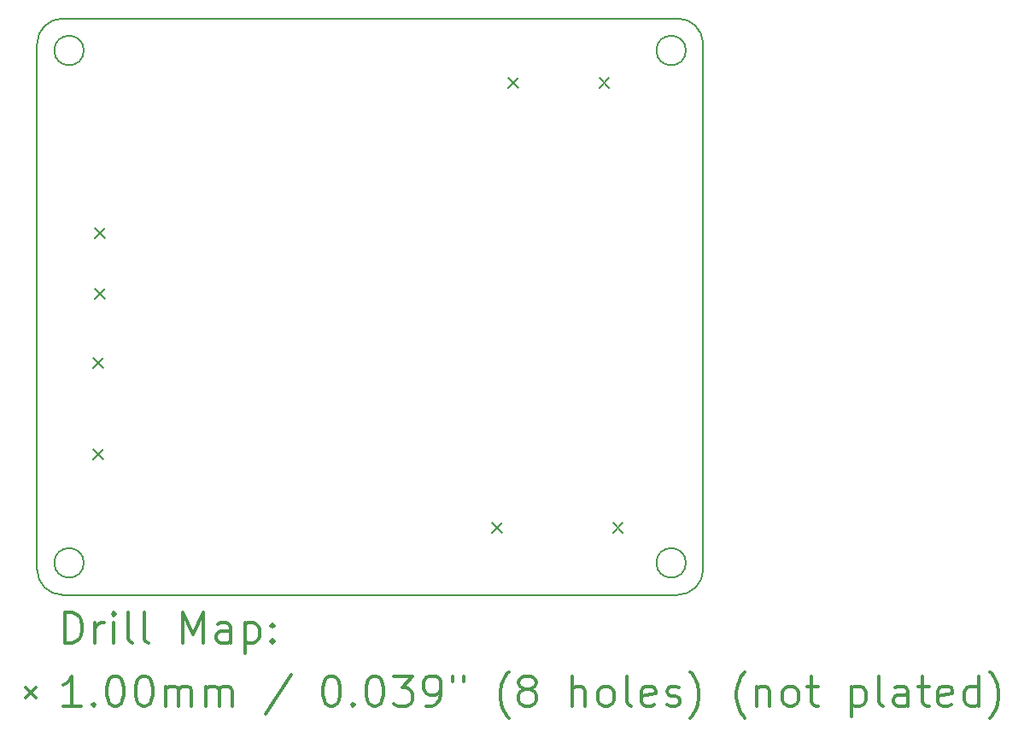
<source format=gbr>
%FSLAX45Y45*%
G04 Gerber Fmt 4.5, Leading zero omitted, Abs format (unit mm)*
G04 Created by KiCad (PCBNEW (5.1.5)-3) date 2021-04-09 20:04:07*
%MOMM*%
%LPD*%
G04 APERTURE LIST*
%TA.AperFunction,Profile*%
%ADD10C,0.200000*%
%TD*%
%ADD11C,0.200000*%
%ADD12C,0.300000*%
G04 APERTURE END LIST*
D10*
X4961890Y-2509520D02*
G75*
G03X4961890Y-2509520I-146050J0D01*
G01*
X4752340Y-7907020D02*
X10848340Y-7907020D01*
X11102340Y-7653020D02*
G75*
G02X10848340Y-7907020I-254000J0D01*
G01*
X10930890Y-2509520D02*
G75*
G03X10930890Y-2509520I-146050J0D01*
G01*
X11102340Y-7653020D02*
X11102340Y-2446020D01*
X10848340Y-2192020D02*
G75*
G02X11102340Y-2446020I0J-254000D01*
G01*
X4961890Y-7589520D02*
G75*
G03X4961890Y-7589520I-146050J0D01*
G01*
X10930890Y-7589520D02*
G75*
G03X10930890Y-7589520I-146050J0D01*
G01*
X4752340Y-7907020D02*
G75*
G02X4498340Y-7653020I0J254000D01*
G01*
X4498340Y-2446020D02*
X4498340Y-7653020D01*
X10848340Y-2192020D02*
X4752340Y-2192020D01*
X4498340Y-2446020D02*
G75*
G02X4752340Y-2192020I254000J0D01*
G01*
D11*
X9172180Y-2779260D02*
X9272180Y-2879260D01*
X9272180Y-2779260D02*
X9172180Y-2879260D01*
X9007360Y-7191840D02*
X9107360Y-7291840D01*
X9107360Y-7191840D02*
X9007360Y-7291840D01*
X10207360Y-7191840D02*
X10307360Y-7291840D01*
X10307360Y-7191840D02*
X10207360Y-7291840D01*
X5072880Y-4272800D02*
X5172880Y-4372800D01*
X5172880Y-4272800D02*
X5072880Y-4372800D01*
X5072880Y-4872800D02*
X5172880Y-4972800D01*
X5172880Y-4872800D02*
X5072880Y-4972800D01*
X5052560Y-5560580D02*
X5152560Y-5660580D01*
X5152560Y-5560580D02*
X5052560Y-5660580D01*
X5052560Y-6460580D02*
X5152560Y-6560580D01*
X5152560Y-6460580D02*
X5052560Y-6560580D01*
X10072180Y-2779260D02*
X10172180Y-2879260D01*
X10172180Y-2779260D02*
X10072180Y-2879260D01*
D12*
X4774768Y-8382734D02*
X4774768Y-8082734D01*
X4846197Y-8082734D01*
X4889054Y-8097020D01*
X4917626Y-8125591D01*
X4931911Y-8154163D01*
X4946197Y-8211306D01*
X4946197Y-8254163D01*
X4931911Y-8311306D01*
X4917626Y-8339877D01*
X4889054Y-8368448D01*
X4846197Y-8382734D01*
X4774768Y-8382734D01*
X5074768Y-8382734D02*
X5074768Y-8182734D01*
X5074768Y-8239877D02*
X5089054Y-8211306D01*
X5103340Y-8197020D01*
X5131911Y-8182734D01*
X5160483Y-8182734D01*
X5260483Y-8382734D02*
X5260483Y-8182734D01*
X5260483Y-8082734D02*
X5246197Y-8097020D01*
X5260483Y-8111306D01*
X5274768Y-8097020D01*
X5260483Y-8082734D01*
X5260483Y-8111306D01*
X5446197Y-8382734D02*
X5417626Y-8368448D01*
X5403340Y-8339877D01*
X5403340Y-8082734D01*
X5603340Y-8382734D02*
X5574768Y-8368448D01*
X5560483Y-8339877D01*
X5560483Y-8082734D01*
X5946197Y-8382734D02*
X5946197Y-8082734D01*
X6046197Y-8297020D01*
X6146197Y-8082734D01*
X6146197Y-8382734D01*
X6417626Y-8382734D02*
X6417626Y-8225591D01*
X6403340Y-8197020D01*
X6374768Y-8182734D01*
X6317626Y-8182734D01*
X6289054Y-8197020D01*
X6417626Y-8368448D02*
X6389054Y-8382734D01*
X6317626Y-8382734D01*
X6289054Y-8368448D01*
X6274768Y-8339877D01*
X6274768Y-8311306D01*
X6289054Y-8282734D01*
X6317626Y-8268448D01*
X6389054Y-8268448D01*
X6417626Y-8254163D01*
X6560483Y-8182734D02*
X6560483Y-8482734D01*
X6560483Y-8197020D02*
X6589054Y-8182734D01*
X6646197Y-8182734D01*
X6674768Y-8197020D01*
X6689054Y-8211306D01*
X6703340Y-8239877D01*
X6703340Y-8325591D01*
X6689054Y-8354163D01*
X6674768Y-8368448D01*
X6646197Y-8382734D01*
X6589054Y-8382734D01*
X6560483Y-8368448D01*
X6831911Y-8354163D02*
X6846197Y-8368448D01*
X6831911Y-8382734D01*
X6817626Y-8368448D01*
X6831911Y-8354163D01*
X6831911Y-8382734D01*
X6831911Y-8197020D02*
X6846197Y-8211306D01*
X6831911Y-8225591D01*
X6817626Y-8211306D01*
X6831911Y-8197020D01*
X6831911Y-8225591D01*
X4388340Y-8827020D02*
X4488340Y-8927020D01*
X4488340Y-8827020D02*
X4388340Y-8927020D01*
X4931911Y-9012734D02*
X4760483Y-9012734D01*
X4846197Y-9012734D02*
X4846197Y-8712734D01*
X4817626Y-8755591D01*
X4789054Y-8784163D01*
X4760483Y-8798449D01*
X5060483Y-8984163D02*
X5074768Y-8998449D01*
X5060483Y-9012734D01*
X5046197Y-8998449D01*
X5060483Y-8984163D01*
X5060483Y-9012734D01*
X5260483Y-8712734D02*
X5289054Y-8712734D01*
X5317626Y-8727020D01*
X5331911Y-8741306D01*
X5346197Y-8769877D01*
X5360483Y-8827020D01*
X5360483Y-8898449D01*
X5346197Y-8955591D01*
X5331911Y-8984163D01*
X5317626Y-8998449D01*
X5289054Y-9012734D01*
X5260483Y-9012734D01*
X5231911Y-8998449D01*
X5217626Y-8984163D01*
X5203340Y-8955591D01*
X5189054Y-8898449D01*
X5189054Y-8827020D01*
X5203340Y-8769877D01*
X5217626Y-8741306D01*
X5231911Y-8727020D01*
X5260483Y-8712734D01*
X5546197Y-8712734D02*
X5574768Y-8712734D01*
X5603340Y-8727020D01*
X5617626Y-8741306D01*
X5631911Y-8769877D01*
X5646197Y-8827020D01*
X5646197Y-8898449D01*
X5631911Y-8955591D01*
X5617626Y-8984163D01*
X5603340Y-8998449D01*
X5574768Y-9012734D01*
X5546197Y-9012734D01*
X5517626Y-8998449D01*
X5503340Y-8984163D01*
X5489054Y-8955591D01*
X5474768Y-8898449D01*
X5474768Y-8827020D01*
X5489054Y-8769877D01*
X5503340Y-8741306D01*
X5517626Y-8727020D01*
X5546197Y-8712734D01*
X5774768Y-9012734D02*
X5774768Y-8812734D01*
X5774768Y-8841306D02*
X5789054Y-8827020D01*
X5817626Y-8812734D01*
X5860483Y-8812734D01*
X5889054Y-8827020D01*
X5903340Y-8855591D01*
X5903340Y-9012734D01*
X5903340Y-8855591D02*
X5917626Y-8827020D01*
X5946197Y-8812734D01*
X5989054Y-8812734D01*
X6017626Y-8827020D01*
X6031911Y-8855591D01*
X6031911Y-9012734D01*
X6174768Y-9012734D02*
X6174768Y-8812734D01*
X6174768Y-8841306D02*
X6189054Y-8827020D01*
X6217626Y-8812734D01*
X6260483Y-8812734D01*
X6289054Y-8827020D01*
X6303340Y-8855591D01*
X6303340Y-9012734D01*
X6303340Y-8855591D02*
X6317626Y-8827020D01*
X6346197Y-8812734D01*
X6389054Y-8812734D01*
X6417626Y-8827020D01*
X6431911Y-8855591D01*
X6431911Y-9012734D01*
X7017626Y-8698449D02*
X6760483Y-9084163D01*
X7403340Y-8712734D02*
X7431911Y-8712734D01*
X7460483Y-8727020D01*
X7474768Y-8741306D01*
X7489054Y-8769877D01*
X7503340Y-8827020D01*
X7503340Y-8898449D01*
X7489054Y-8955591D01*
X7474768Y-8984163D01*
X7460483Y-8998449D01*
X7431911Y-9012734D01*
X7403340Y-9012734D01*
X7374768Y-8998449D01*
X7360483Y-8984163D01*
X7346197Y-8955591D01*
X7331911Y-8898449D01*
X7331911Y-8827020D01*
X7346197Y-8769877D01*
X7360483Y-8741306D01*
X7374768Y-8727020D01*
X7403340Y-8712734D01*
X7631911Y-8984163D02*
X7646197Y-8998449D01*
X7631911Y-9012734D01*
X7617626Y-8998449D01*
X7631911Y-8984163D01*
X7631911Y-9012734D01*
X7831911Y-8712734D02*
X7860483Y-8712734D01*
X7889054Y-8727020D01*
X7903340Y-8741306D01*
X7917626Y-8769877D01*
X7931911Y-8827020D01*
X7931911Y-8898449D01*
X7917626Y-8955591D01*
X7903340Y-8984163D01*
X7889054Y-8998449D01*
X7860483Y-9012734D01*
X7831911Y-9012734D01*
X7803340Y-8998449D01*
X7789054Y-8984163D01*
X7774768Y-8955591D01*
X7760483Y-8898449D01*
X7760483Y-8827020D01*
X7774768Y-8769877D01*
X7789054Y-8741306D01*
X7803340Y-8727020D01*
X7831911Y-8712734D01*
X8031911Y-8712734D02*
X8217626Y-8712734D01*
X8117626Y-8827020D01*
X8160483Y-8827020D01*
X8189054Y-8841306D01*
X8203340Y-8855591D01*
X8217626Y-8884163D01*
X8217626Y-8955591D01*
X8203340Y-8984163D01*
X8189054Y-8998449D01*
X8160483Y-9012734D01*
X8074768Y-9012734D01*
X8046197Y-8998449D01*
X8031911Y-8984163D01*
X8360483Y-9012734D02*
X8417626Y-9012734D01*
X8446197Y-8998449D01*
X8460483Y-8984163D01*
X8489054Y-8941306D01*
X8503340Y-8884163D01*
X8503340Y-8769877D01*
X8489054Y-8741306D01*
X8474768Y-8727020D01*
X8446197Y-8712734D01*
X8389054Y-8712734D01*
X8360483Y-8727020D01*
X8346197Y-8741306D01*
X8331911Y-8769877D01*
X8331911Y-8841306D01*
X8346197Y-8869877D01*
X8360483Y-8884163D01*
X8389054Y-8898449D01*
X8446197Y-8898449D01*
X8474768Y-8884163D01*
X8489054Y-8869877D01*
X8503340Y-8841306D01*
X8617626Y-8712734D02*
X8617626Y-8769877D01*
X8731911Y-8712734D02*
X8731911Y-8769877D01*
X9174768Y-9127020D02*
X9160483Y-9112734D01*
X9131911Y-9069877D01*
X9117626Y-9041306D01*
X9103340Y-8998449D01*
X9089054Y-8927020D01*
X9089054Y-8869877D01*
X9103340Y-8798449D01*
X9117626Y-8755591D01*
X9131911Y-8727020D01*
X9160483Y-8684163D01*
X9174768Y-8669877D01*
X9331911Y-8841306D02*
X9303340Y-8827020D01*
X9289054Y-8812734D01*
X9274768Y-8784163D01*
X9274768Y-8769877D01*
X9289054Y-8741306D01*
X9303340Y-8727020D01*
X9331911Y-8712734D01*
X9389054Y-8712734D01*
X9417626Y-8727020D01*
X9431911Y-8741306D01*
X9446197Y-8769877D01*
X9446197Y-8784163D01*
X9431911Y-8812734D01*
X9417626Y-8827020D01*
X9389054Y-8841306D01*
X9331911Y-8841306D01*
X9303340Y-8855591D01*
X9289054Y-8869877D01*
X9274768Y-8898449D01*
X9274768Y-8955591D01*
X9289054Y-8984163D01*
X9303340Y-8998449D01*
X9331911Y-9012734D01*
X9389054Y-9012734D01*
X9417626Y-8998449D01*
X9431911Y-8984163D01*
X9446197Y-8955591D01*
X9446197Y-8898449D01*
X9431911Y-8869877D01*
X9417626Y-8855591D01*
X9389054Y-8841306D01*
X9803340Y-9012734D02*
X9803340Y-8712734D01*
X9931911Y-9012734D02*
X9931911Y-8855591D01*
X9917626Y-8827020D01*
X9889054Y-8812734D01*
X9846197Y-8812734D01*
X9817626Y-8827020D01*
X9803340Y-8841306D01*
X10117626Y-9012734D02*
X10089054Y-8998449D01*
X10074768Y-8984163D01*
X10060483Y-8955591D01*
X10060483Y-8869877D01*
X10074768Y-8841306D01*
X10089054Y-8827020D01*
X10117626Y-8812734D01*
X10160483Y-8812734D01*
X10189054Y-8827020D01*
X10203340Y-8841306D01*
X10217626Y-8869877D01*
X10217626Y-8955591D01*
X10203340Y-8984163D01*
X10189054Y-8998449D01*
X10160483Y-9012734D01*
X10117626Y-9012734D01*
X10389054Y-9012734D02*
X10360483Y-8998449D01*
X10346197Y-8969877D01*
X10346197Y-8712734D01*
X10617626Y-8998449D02*
X10589054Y-9012734D01*
X10531911Y-9012734D01*
X10503340Y-8998449D01*
X10489054Y-8969877D01*
X10489054Y-8855591D01*
X10503340Y-8827020D01*
X10531911Y-8812734D01*
X10589054Y-8812734D01*
X10617626Y-8827020D01*
X10631911Y-8855591D01*
X10631911Y-8884163D01*
X10489054Y-8912734D01*
X10746197Y-8998449D02*
X10774768Y-9012734D01*
X10831911Y-9012734D01*
X10860483Y-8998449D01*
X10874768Y-8969877D01*
X10874768Y-8955591D01*
X10860483Y-8927020D01*
X10831911Y-8912734D01*
X10789054Y-8912734D01*
X10760483Y-8898449D01*
X10746197Y-8869877D01*
X10746197Y-8855591D01*
X10760483Y-8827020D01*
X10789054Y-8812734D01*
X10831911Y-8812734D01*
X10860483Y-8827020D01*
X10974768Y-9127020D02*
X10989054Y-9112734D01*
X11017626Y-9069877D01*
X11031911Y-9041306D01*
X11046197Y-8998449D01*
X11060483Y-8927020D01*
X11060483Y-8869877D01*
X11046197Y-8798449D01*
X11031911Y-8755591D01*
X11017626Y-8727020D01*
X10989054Y-8684163D01*
X10974768Y-8669877D01*
X11517626Y-9127020D02*
X11503340Y-9112734D01*
X11474768Y-9069877D01*
X11460483Y-9041306D01*
X11446197Y-8998449D01*
X11431911Y-8927020D01*
X11431911Y-8869877D01*
X11446197Y-8798449D01*
X11460483Y-8755591D01*
X11474768Y-8727020D01*
X11503340Y-8684163D01*
X11517626Y-8669877D01*
X11631911Y-8812734D02*
X11631911Y-9012734D01*
X11631911Y-8841306D02*
X11646197Y-8827020D01*
X11674768Y-8812734D01*
X11717626Y-8812734D01*
X11746197Y-8827020D01*
X11760483Y-8855591D01*
X11760483Y-9012734D01*
X11946197Y-9012734D02*
X11917626Y-8998449D01*
X11903340Y-8984163D01*
X11889054Y-8955591D01*
X11889054Y-8869877D01*
X11903340Y-8841306D01*
X11917626Y-8827020D01*
X11946197Y-8812734D01*
X11989054Y-8812734D01*
X12017626Y-8827020D01*
X12031911Y-8841306D01*
X12046197Y-8869877D01*
X12046197Y-8955591D01*
X12031911Y-8984163D01*
X12017626Y-8998449D01*
X11989054Y-9012734D01*
X11946197Y-9012734D01*
X12131911Y-8812734D02*
X12246197Y-8812734D01*
X12174768Y-8712734D02*
X12174768Y-8969877D01*
X12189054Y-8998449D01*
X12217626Y-9012734D01*
X12246197Y-9012734D01*
X12574768Y-8812734D02*
X12574768Y-9112734D01*
X12574768Y-8827020D02*
X12603340Y-8812734D01*
X12660483Y-8812734D01*
X12689054Y-8827020D01*
X12703340Y-8841306D01*
X12717626Y-8869877D01*
X12717626Y-8955591D01*
X12703340Y-8984163D01*
X12689054Y-8998449D01*
X12660483Y-9012734D01*
X12603340Y-9012734D01*
X12574768Y-8998449D01*
X12889054Y-9012734D02*
X12860483Y-8998449D01*
X12846197Y-8969877D01*
X12846197Y-8712734D01*
X13131911Y-9012734D02*
X13131911Y-8855591D01*
X13117626Y-8827020D01*
X13089054Y-8812734D01*
X13031911Y-8812734D01*
X13003340Y-8827020D01*
X13131911Y-8998449D02*
X13103340Y-9012734D01*
X13031911Y-9012734D01*
X13003340Y-8998449D01*
X12989054Y-8969877D01*
X12989054Y-8941306D01*
X13003340Y-8912734D01*
X13031911Y-8898449D01*
X13103340Y-8898449D01*
X13131911Y-8884163D01*
X13231911Y-8812734D02*
X13346197Y-8812734D01*
X13274768Y-8712734D02*
X13274768Y-8969877D01*
X13289054Y-8998449D01*
X13317626Y-9012734D01*
X13346197Y-9012734D01*
X13560483Y-8998449D02*
X13531911Y-9012734D01*
X13474768Y-9012734D01*
X13446197Y-8998449D01*
X13431911Y-8969877D01*
X13431911Y-8855591D01*
X13446197Y-8827020D01*
X13474768Y-8812734D01*
X13531911Y-8812734D01*
X13560483Y-8827020D01*
X13574768Y-8855591D01*
X13574768Y-8884163D01*
X13431911Y-8912734D01*
X13831911Y-9012734D02*
X13831911Y-8712734D01*
X13831911Y-8998449D02*
X13803340Y-9012734D01*
X13746197Y-9012734D01*
X13717626Y-8998449D01*
X13703340Y-8984163D01*
X13689054Y-8955591D01*
X13689054Y-8869877D01*
X13703340Y-8841306D01*
X13717626Y-8827020D01*
X13746197Y-8812734D01*
X13803340Y-8812734D01*
X13831911Y-8827020D01*
X13946197Y-9127020D02*
X13960483Y-9112734D01*
X13989054Y-9069877D01*
X14003340Y-9041306D01*
X14017626Y-8998449D01*
X14031911Y-8927020D01*
X14031911Y-8869877D01*
X14017626Y-8798449D01*
X14003340Y-8755591D01*
X13989054Y-8727020D01*
X13960483Y-8684163D01*
X13946197Y-8669877D01*
M02*

</source>
